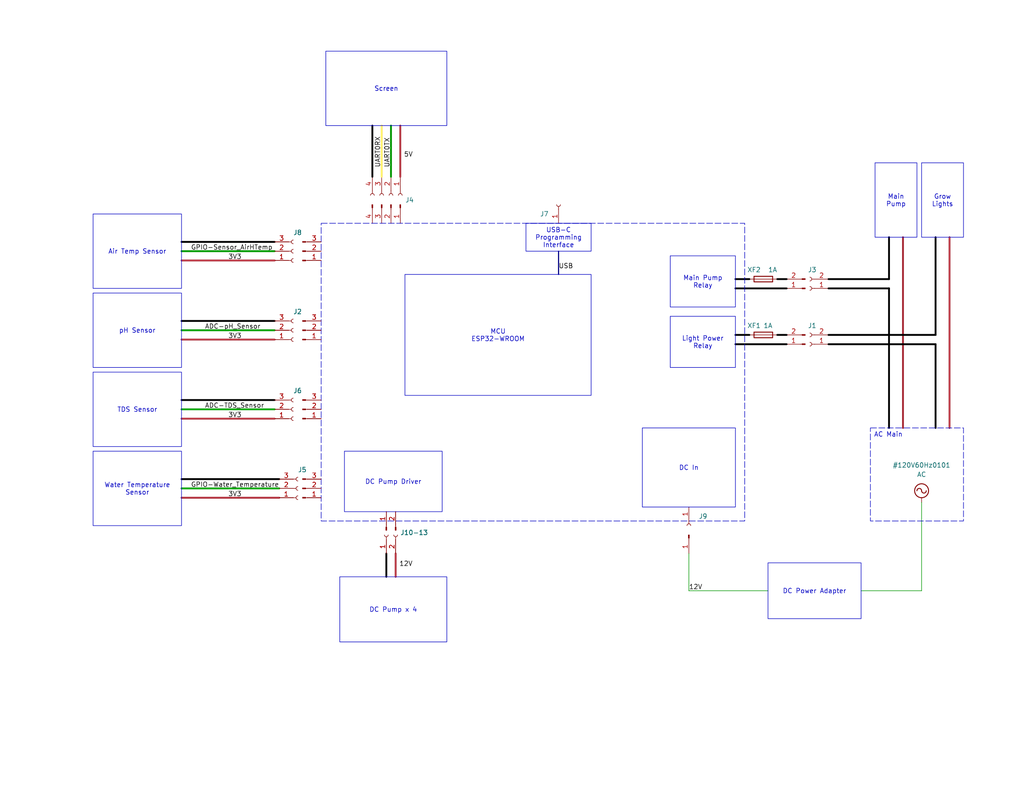
<source format=kicad_sch>
(kicad_sch (version 20230121) (generator eeschema)
  (paper "USLetter")
  (title_block (title "System Level Wiring Diagram") (date "2024-02-16") (rev "5") (company "COEN/ELEC 490 Team 18") (comment 1 "Go to \"490 Project PCB\" for Detailled Schematic."))
  (lib_symbols
    (symbol "Connector:Conn_01x01_Pin" (pin_names (offset 1.016) hide)
      (property "Reference" "J" (at 0 2.54 0))
      (property "Value" "Conn_01x01_Pin" (at 0 -2.54 0))
      (symbol "Conn_01x01_Pin_1_1"
        (polyline (pts (xy 1.27 0) (xy 0.8636 0)) (stroke (width 0.1524)))
        (rectangle (start 0.8636 0.127) (end 0 -0.127) (stroke (width 0.1524)) (fill (type outline)))
        (pin passive line (at 5.08 0 180) (length 3.81) (name "Pin_1") (number "1"))
      )
    )
    (symbol "Connector:Conn_01x01_Socket" (pin_names (offset 1.016) hide)
      (property "Reference" "J" (at 0 2.54 0))
      (property "Value" "Conn_01x01_Socket" (at 0 -2.54 0))
      (symbol "Conn_01x01_Socket_1_1"
        (polyline (pts (xy -1.27 0) (xy -0.508 0)) (stroke (width 0.1524)))
        (arc (start 0 0.508) (mid -0.5058 0) (end 0 -0.508) (stroke (width 0.1524)))
        (pin passive line (at -5.08 0 0) (length 3.81) (name "Pin_1") (number "1"))
      )
    )
    (symbol "Connector:Conn_01x02_Pin" (pin_names (offset 1.016) hide)
      (property "Reference" "J" (at 0 2.54 0))
      (property "Value" "Conn_01x02_Pin" (at 0 -5.08 0))
      (symbol "Conn_01x02_Pin_1_1"
        (polyline (pts (xy 1.27 -2.54) (xy 0.8636 -2.54)) (stroke (width 0.1524)))
        (polyline (pts (xy 1.27 0) (xy 0.8636 0)) (stroke (width 0.1524)))
        (rectangle (start 0.8636 -2.413) (end 0 -2.667) (stroke (width 0.1524)) (fill (type outline)))
        (rectangle (start 0.8636 0.127) (end 0 -0.127) (stroke (width 0.1524)) (fill (type outline)))
        (pin passive line (at 5.08 0 180) (length 3.81) (name "Pin_1") (number "1"))
        (pin passive line (at 5.08 -2.54 180) (length 3.81) (name "Pin_2") (number "2"))
      )
    )
    (symbol "Connector:Conn_01x02_Socket" (pin_names (offset 1.016) hide)
      (property "Reference" "J" (at 0 2.54 0))
      (property "Value" "Conn_01x02_Socket" (at 0 -5.08 0))
      (symbol "Conn_01x02_Socket_1_1"
        (arc (start 0 -2.032) (mid -0.5058 -2.54) (end 0 -3.048) (stroke (width 0.1524)))
        (polyline (pts (xy -1.27 -2.54) (xy -0.508 -2.54)) (stroke (width 0.1524)))
        (polyline (pts (xy -1.27 0) (xy -0.508 0)) (stroke (width 0.1524)))
        (arc (start 0 0.508) (mid -0.5058 0) (end 0 -0.508) (stroke (width 0.1524)))
        (pin passive line (at -5.08 0 0) (length 3.81) (name "Pin_1") (number "1"))
        (pin passive line (at -5.08 -2.54 0) (length 3.81) (name "Pin_2") (number "2"))
      )
    )
    (symbol "Connector:Conn_01x03_Pin" (pin_names (offset 1.016) hide)
      (property "Reference" "J" (at 0 5.08 0))
      (property "Value" "Conn_01x03_Pin" (at 0 -5.08 0))
      (symbol "Conn_01x03_Pin_1_1"
        (polyline (pts (xy 1.27 -2.54) (xy 0.8636 -2.54)) (stroke (width 0.1524)))
        (polyline (pts (xy 1.27 0) (xy 0.8636 0)) (stroke (width 0.1524)))
        (polyline (pts (xy 1.27 2.54) (xy 0.8636 2.54)) (stroke (width 0.1524)))
        (rectangle (start 0.8636 -2.413) (end 0 -2.667) (stroke (width 0.1524)) (fill (type outline)))
        (rectangle (start 0.8636 0.127) (end 0 -0.127) (stroke (width 0.1524)) (fill (type outline)))
        (rectangle (start 0.8636 2.667) (end 0 2.413) (stroke (width 0.1524)) (fill (type outline)))
        (pin passive line (at 5.08 2.54 180) (length 3.81) (name "Pin_1") (number "1"))
        (pin passive line (at 5.08 0 180) (length 3.81) (name "Pin_2") (number "2"))
        (pin passive line (at 5.08 -2.54 180) (length 3.81) (name "Pin_3") (number "3"))
      )
    )
    (symbol "Connector:Conn_01x03_Socket" (pin_names (offset 1.016) hide)
      (property "Reference" "J" (at 0 5.08 0))
      (property "Value" "Conn_01x03_Socket" (at 0 -5.08 0))
      (symbol "Conn_01x03_Socket_1_1"
        (arc (start 0 -2.032) (mid -0.5058 -2.54) (end 0 -3.048) (stroke (width 0.1524)))
        (polyline (pts (xy -1.27 -2.54) (xy -0.508 -2.54)) (stroke (width 0.1524)))
        (polyline (pts (xy -1.27 0) (xy -0.508 0)) (stroke (width 0.1524)))
        (polyline (pts (xy -1.27 2.54) (xy -0.508 2.54)) (stroke (width 0.1524)))
        (arc (start 0 0.508) (mid -0.5058 0) (end 0 -0.508) (stroke (width 0.1524)))
        (arc (start 0 3.048) (mid -0.5058 2.54) (end 0 2.032) (stroke (width 0.1524)))
        (pin passive line (at -5.08 2.54 0) (length 3.81) (name "Pin_1") (number "1"))
        (pin passive line (at -5.08 0 0) (length 3.81) (name "Pin_2") (number "2"))
        (pin passive line (at -5.08 -2.54 0) (length 3.81) (name "Pin_3") (number "3"))
      )
    )
    (symbol "Connector:Conn_01x04_Pin" (pin_names (offset 1.016) hide)
      (property "Reference" "J" (at 0 5.08 0))
      (property "Value" "Conn_01x04_Pin" (at 0 -7.62 0))
      (symbol "Conn_01x04_Pin_1_1"
        (polyline (pts (xy 1.27 -5.08) (xy 0.8636 -5.08)) (stroke (width 0.1524)))
        (polyline (pts (xy 1.27 -2.54) (xy 0.8636 -2.54)) (stroke (width 0.1524)))
        (polyline (pts (xy 1.27 0) (xy 0.8636 0)) (stroke (width 0.1524)))
        (polyline (pts (xy 1.27 2.54) (xy 0.8636 2.54)) (stroke (width 0.1524)))
        (rectangle (start 0.8636 -4.953) (end 0 -5.207) (stroke (width 0.1524)) (fill (type outline)))
        (rectangle (start 0.8636 -2.413) (end 0 -2.667) (stroke (width 0.1524)) (fill (type outline)))
        (rectangle (start 0.8636 0.127) (end 0 -0.127) (stroke (width 0.1524)) (fill (type outline)))
        (rectangle (start 0.8636 2.667) (end 0 2.413) (stroke (width 0.1524)) (fill (type outline)))
        (pin passive line (at 5.08 2.54 180) (length 3.81) (name "Pin_1") (number "1"))
        (pin passive line (at 5.08 0 180) (length 3.81) (name "Pin_2") (number "2"))
        (pin passive line (at 5.08 -2.54 180) (length 3.81) (name "Pin_3") (number "3"))
        (pin passive line (at 5.08 -5.08 180) (length 3.81) (name "Pin_4") (number "4"))
      )
    )
    (symbol "Connector:Conn_01x04_Socket" (pin_names (offset 1.016) hide)
      (property "Reference" "J" (at 0 5.08 0))
      (property "Value" "Conn_01x04_Socket" (at 0 -7.62 0))
      (symbol "Conn_01x04_Socket_1_1"
        (arc (start 0 -4.572) (mid -0.5058 -5.08) (end 0 -5.588) (stroke (width 0.1524)))
        (arc (start 0 -2.032) (mid -0.5058 -2.54) (end 0 -3.048) (stroke (width 0.1524)))
        (polyline (pts (xy -1.27 -5.08) (xy -0.508 -5.08)) (stroke (width 0.1524)))
        (polyline (pts (xy -1.27 -2.54) (xy -0.508 -2.54)) (stroke (width 0.1524)))
        (polyline (pts (xy -1.27 0) (xy -0.508 0)) (stroke (width 0.1524)))
        (polyline (pts (xy -1.27 2.54) (xy -0.508 2.54)) (stroke (width 0.1524)))
        (arc (start 0 0.508) (mid -0.5058 0) (end 0 -0.508) (stroke (width 0.1524)))
        (arc (start 0 3.048) (mid -0.5058 2.54) (end 0 2.032) (stroke (width 0.1524)))
        (pin passive line (at -5.08 2.54 0) (length 3.81) (name "Pin_1") (number "1"))
        (pin passive line (at -5.08 0 0) (length 3.81) (name "Pin_2") (number "2"))
        (pin passive line (at -5.08 -2.54 0) (length 3.81) (name "Pin_3") (number "3"))
        (pin passive line (at -5.08 -5.08 0) (length 3.81) (name "Pin_4") (number "4"))
      )
    )
    (symbol "Device:Fuse" (pin_numbers hide) (pin_names (offset 0))
      (property "Reference" "F" (at 2.032 0 90))
      (property "Value" "Fuse" (at -1.905 0 90))
      (symbol "Fuse_0_1"
        (rectangle (start -0.762 -2.54) (end 0.762 2.54) (stroke (width 0.254)))
        (polyline (pts (xy 0 2.54) (xy 0 -2.54)))
      )
      (symbol "Fuse_1_1"
        (pin passive line (at 0 3.81 270) (length 1.27) (name "~") (number "1"))
        (pin passive line (at 0 -3.81 90) (length 1.27) (name "~") (number "2"))
      )
    )
    (symbol "power:AC" (power) (pin_names (offset 0))
      (property "Value" "AC" (at 0 6.35 0))
      (symbol "AC_0_1"
        (polyline (pts (xy 0 0) (xy 0 1.27)))
        (arc (start 0 3.175) (mid -0.635 3.8073) (end -1.27 3.175) (stroke (width 0.254)))
        (arc (start 0 3.175) (mid 0.635 2.5427) (end 1.27 3.175) (stroke (width 0.254)))
        (circle (center 0 3.175) (radius 1.905) (stroke (width 0.254)))
      )
      (symbol "AC_1_1"
        (pin power_in line (at 0 0 90) (length 0) hide (name "AC") (number "1"))
      )
    )
  )
  (wire (pts (xy 200.66 78.74) (xy 214.63 78.74)) (stroke (width 0.5) (color 0 0 0 1)))
  (wire (pts (xy 49.53 71.12) (xy 74.93 71.12)) (stroke (width 0.5) (color 166 38 50 1)))
  (wire (pts (xy 259.08 64.77) (xy 259.08 116.84)) (stroke (width 0.5) (color 166 38 50 1)))
  (wire (pts (xy 246.38 64.77) (xy 246.38 116.84)) (stroke (width 0.5) (color 166 38 50 1)))
  (wire (pts (xy 49.53 68.58) (xy 74.93 68.58)) (stroke (width 0.5)))
  (wire (pts (xy 234.95 161.29) (xy 251.46 161.29)))
  (wire (pts (xy 49.53 130.81) (xy 76.2 130.81)) (stroke (width 0.5) (color 0 0 0 1)))
  (wire (pts (xy 107.95 151.13) (xy 107.95 157.48)) (stroke (width 0.5) (color 166 38 50 1)))
  (wire (pts (xy 105.41 151.13) (xy 105.41 157.48)) (stroke (width 0.5) (color 0 0 0 1)))
  (wire (pts (xy 49.53 114.3) (xy 74.93 114.3)) (stroke (width 0.5) (color 166 38 50 1)))
  (wire (pts (xy 106.68 34.29) (xy 106.68 48.26)) (stroke (width 0.5)))
  (wire (pts (xy 212.09 91.44) (xy 214.63 91.44)) (stroke (width 0.5) (color 0 0 0 1)))
  (wire (pts (xy 49.53 133.35) (xy 76.2 133.35)) (stroke (width 0.5)))
  (wire (pts (xy 226.06 91.44) (xy 255.27 91.44)) (stroke (width 0.5) (color 0 0 0 1)))
  (wire (pts (xy 49.53 135.89) (xy 76.2 135.89)) (stroke (width 0.5) (color 166 38 50 1)))
  (wire (pts (xy 49.53 111.76) (xy 74.93 111.76)) (stroke (width 0.5)))
  (wire (pts (xy 242.57 116.84) (xy 242.57 78.74)) (stroke (width 0.5) (color 0 0 0 1)))
  (wire (pts (xy 49.53 109.22) (xy 74.93 109.22)) (stroke (width 0.5) (color 0 0 0 1)))
  (wire (pts (xy 226.06 78.74) (xy 242.57 78.74)) (stroke (width 0.5) (color 0 0 0 1)))
  (wire (pts (xy 49.53 90.17) (xy 74.93 90.17)) (stroke (width 0.5)))
  (wire (pts (xy 251.46 161.29) (xy 251.46 137.16)))
  (wire (pts (xy 242.57 64.77) (xy 242.57 76.2)) (stroke (width 0.5) (color 0 0 0 1)))
  (wire (pts (xy 226.06 76.2) (xy 242.57 76.2)) (stroke (width 0.5) (color 0 0 0 1)))
  (bus (pts (xy 152.4 68.58) (xy 152.4 74.93)))
  (wire (pts (xy 49.53 87.63) (xy 74.93 87.63)) (stroke (width 0.5) (color 0 0 0 1)))
  (wire (pts (xy 255.27 116.84) (xy 255.27 93.98)) (stroke (width 0.5) (color 0 0 0 1)))
  (wire (pts (xy 101.6 34.29) (xy 101.6 48.26)) (stroke (width 0.5) (color 0 0 0 1)))
  (wire (pts (xy 226.06 93.98) (xy 255.27 93.98)) (stroke (width 0.5) (color 0 0 0 1)))
  (wire (pts (xy 212.09 76.2) (xy 214.63 76.2)) (stroke (width 0.5) (color 0 0 0 1)))
  (wire (pts (xy 200.66 76.2) (xy 204.47 76.2)) (stroke (width 0.5) (color 0 0 0 1)))
  (wire (pts (xy 200.66 93.98) (xy 214.63 93.98)) (stroke (width 0.5) (color 0 0 0 1)))
  (wire (pts (xy 200.66 91.44) (xy 204.47 91.44)) (stroke (width 0.5) (color 0 0 0 1)))
  (wire (pts (xy 49.53 66.04) (xy 74.93 66.04)) (stroke (width 0.5) (color 0 0 0 1)))
  (wire (pts (xy 255.27 64.77) (xy 255.27 91.44)) (stroke (width 0.5) (color 0 0 0 1)))
  (wire (pts (xy 104.14 34.29) (xy 104.14 48.26)) (stroke (width 0.5) (color 255 227 91 1)))
  (wire (pts (xy 187.96 151.13) (xy 187.96 161.29)))
  (wire (pts (xy 187.96 161.29) (xy 209.55 161.29)))
  (wire (pts (xy 49.53 92.71) (xy 74.93 92.71)) (stroke (width 0.5) (color 166 38 50 1)))
  (wire (pts (xy 109.22 34.29) (xy 109.22 48.26)) (stroke (width 0.5) (color 166 38 50 1)))
  (rectangle (start 87.63 60.96) (end 203.2 142.24) (stroke (width 0) (type dash)))
  (text_box "DC Power Adapter" (at 209.55 153.67 0) (size 25.4 15.24) (effects (font (size 1.27 1.27))))
  (text_box "TDS Sensor" (at 25.4 101.6 0) (size 24.13 20.32) (effects (font (size 1.27 1.27))))
  (text_box "Air Temp Sensor" (at 25.4 58.42 0) (size 24.13 20.32) (effects (font (size 1.27 1.27))))
  (text_box "DC Pump x 4" (at 92.71 157.48 0) (size 29.21 17.78) (effects (font (size 1.27 1.27))))
  (text_box "Main Pump" (at 238.76 44.45 0) (size 11.43 20.32) (effects (font (size 1.27 1.27))))
  (text_box "Screen" (at 88.9 13.97 0) (size 33.02 20.32) (effects (font (size 1.27 1.27))))
  (text_box "DC Pump Driver" (at 93.98 123.19 0) (size 26.67 16.51) (effects (font (size 1.27 1.27))))
  (text_box "Grow Lights" (at 251.46 44.45 0) (size 11.43 20.32) (effects (font (size 1.27 1.27))))
  (text_box "MCU\nESP32-WROOM" (at 110.49 74.93 0) (size 50.8 33.02) (effects (font (size 1.27 1.27))))
  (text_box "DC In" (at 175.26 116.84 0) (size 25.4 21.59) (effects (font (size 1.27 1.27))))
  (text_box "Light Power Relay" (at 182.88 86.36 0) (size 17.78 13.97) (effects (font (size 1.27 1.27))))
  (text_box "Main Pump Relay" (at 182.88 69.85 0) (size 17.78 13.97) (effects (font (size 1.27 1.27))))
  (text_box "AC Main" (at 237.49 116.84 0) (size 25.4 25.4) (stroke (width 0) (type dash)) (effects (font (size 1.27 1.27)) (justify left top)))
  (text_box "pH Sensor" (at 25.4 80.01 0) (size 24.13 20.32) (effects (font (size 1.27 1.27))))
  (text_box "Water Temperature Sensor" (at 25.4 123.19 0) (size 24.13 20.32) (effects (font (size 1.27 1.27))))
  (text_box "USB-C Programming Interface" (at 143.51 60.96 0) (size 17.78 7.62) (effects (font (size 1.27 1.27))))
  (label "USB" (at 152.4 73.66 0))
  (label "ADC-pH_Sensor" (at 55.88 90.17 0))
  (label " 5V" (at 109.22 43.18 0))
  (label "3V3" (at 62.23 71.12 0))
  (label "12V" (at 187.96 161.29 0))
  (label "3V3" (at 62.23 114.3 0))
  (label "3V3" (at 62.23 92.71 0))
  (label " 12V" (at 107.95 154.94 0))
  (label "UART0RX" (at 104.14 45.72 90))
  (label "UART0TX" (at 106.68 45.72 90))
  (label "GPIO-Sensor_AirHTemp" (at 52.07 68.58 0))
  (label "3V3" (at 62.23 135.89 0))
  (label "GPIO-Water_Temperature" (at 52.07 133.35 0))
  (label "ADC-TDS_Sensor" (at 55.88 111.76 0))
  (symbol (lib_id "power:AC") (at 251.46 137.16 0) (unit 1)
    (property "Reference" "120V60Hz" (at 251.46 127 0))
    (property "Value" "AC" (at 251.46 129.54 0))
  )
  (symbol (lib_id "Device:Fuse") (at 208.28 91.44 90) (unit 1)
    (property "Reference" "XF1" (at 205.74 88.9 90))
    (property "Value" "1A" (at 209.55 88.9 90))
    (property "Footprint" "Keystone - 4628:FUSE_4628" (effects hide))
    (property "Datasheet" "https://www.littelfuse.com/media?resourcetype=datasheets&itemid=f47a0bb7-8ede-4679-9646-7114c3787688&filename=littelfuse-fuse-251-253-datasheet" (effects hide))
    (property "MPN" "4628" (effects hide))
    (property "STANDARD" "Manufacturer Recommendation" (effects hide))
    (property "SNAPEDA_PN" "4628" (effects hide))
    (property "MAXIMUM_PACKAGE_HEIGHT" "11.99mm" (effects hide))
    (property "MANUFACTURER" "Keystone" (effects hide))
    (property "Description" "Fuse Holder 5 A 250V 1 Circuit Cartridge Through Hole" (effects hide))
    (property "Digi-Key_PN" "36-4628-ND" (effects hide))
    (property "Manufacturer" "Keystone" (effects hide))
    (property "Package" "5mm x 20mm" (effects hide))
    (property "Price" "1.04000" (effects hide))
    (property "Supplier" "Digikey" (effects hide))
    (property "Type" "Tru-Hole" (effects hide))
  )
  (symbol (lib_id "Connector:Conn_01x04_Socket") (at 106.68 53.34 270) (unit 1)
    (property "Reference" "J4" (at 111.76 54.61 90))
    (property "Value" "Conn_01x04_Socket" (effects hide))
  )
  (symbol (lib_id "Connector:Conn_01x01_Socket") (at 152.4 55.88 270) (mirror x) (unit 1)
    (property "Reference" "J7" (at 147.32 58.42 90) (effects (justify left)))
    (property "Value" "Conn_01x01_Socket" (effects hide))
  )
  (symbol (lib_id "Connector:Conn_01x03_Pin") (at 82.55 133.35 0) (mirror x) (unit 1)
    (property "Reference" "J4" (effects hide))
    (property "Value" "Conn_01x03_Pin" (effects hide))
  )
  (symbol (lib_id "Connector:Conn_01x03_Socket") (at 80.01 90.17 0) (mirror x) (unit 1)
    (property "Reference" "J2" (at 80.01 85.09 0) (effects (justify left)))
    (property "Value" "Conn_01x03_Socket" (effects hide))
  )
  (symbol (lib_id "Connector:Conn_01x03_Socket") (at 80.01 68.58 0) (mirror x) (unit 1)
    (property "Reference" "J8" (at 80.01 63.5 0) (effects (justify left)))
    (property "Value" "Conn_01x03_Socket" (effects hide))
  )
  (symbol (lib_id "Connector:Conn_01x01_Pin") (at 187.96 146.05 270) (unit 1)
    (property "Reference" "J13" (effects hide))
    (property "Value" "Conn_01x01_Pin" (effects hide))
  )
  (symbol (lib_id "Connector:Conn_01x04_Pin") (at 106.68 55.88 270) (unit 1)
    (property "Reference" "J11" (effects hide))
    (property "Value" "Conn_01x04_Pin" (effects hide))
  )
  (symbol (lib_id "Connector:Conn_01x03_Socket") (at 81.28 133.35 0) (mirror x) (unit 1)
    (property "Reference" "J5" (at 81.28 128.27 0) (effects (justify left)))
    (property "Value" "Conn_01x03_Socket" (effects hide))
  )
  (symbol (lib_id "Device:Fuse") (at 208.28 76.2 90) (unit 1)
    (property "Reference" "XF2" (at 205.74 73.66 90))
    (property "Value" "1A" (at 210.82 73.66 90))
    (property "Footprint" "Keystone - 4628:FUSE_4628" (effects hide))
    (property "Datasheet" "https://www.littelfuse.com/media?resourcetype=datasheets&itemid=f47a0bb7-8ede-4679-9646-7114c3787688&filename=littelfuse-fuse-251-253-datasheet" (effects hide))
    (property "MPN" "4628" (effects hide))
    (property "STANDARD" "Manufacturer Recommendation" (effects hide))
    (property "SNAPEDA_PN" "4628" (effects hide))
    (property "MAXIMUM_PACKAGE_HEIGHT" "11.99mm" (effects hide))
    (property "MANUFACTURER" "Keystone" (effects hide))
    (property "Description" "Fuse Holder 5 A 250V 1 Circuit Cartridge Through Hole" (effects hide))
    (property "Digi-Key_PN" "36-4628-ND" (effects hide))
    (property "Manufacturer" "Keystone" (effects hide))
    (property "Package" "5mm x 20mm" (effects hide))
    (property "Price" "1.04000" (effects hide))
    (property "Supplier" "Digikey" (effects hide))
    (property "Type" "Tru-Hole" (effects hide))
  )
  (symbol (lib_id "Connector:Conn_01x03_Pin") (at 82.55 68.58 0) (mirror x) (unit 1)
    (property "Reference" "J10" (effects hide))
    (property "Value" "Conn_01x03_Pin" (effects hide))
  )
  (symbol (lib_id "Connector:Conn_01x03_Pin") (at 82.55 90.17 0) (mirror x) (unit 1)
    (property "Reference" "J9" (effects hide))
    (property "Value" "Conn_01x03_Pin" (effects hide))
  )
  (symbol (lib_id "Connector:Conn_01x02_Socket") (at 105.41 146.05 90) (unit 1)
    (property "Reference" "J10-13" (at 109.22 145.415 90) (effects (justify right)))
    (property "Value" "Conn_01x02_Socket" (effects hide))
  )
  (symbol (lib_id "Connector:Conn_01x02_Socket") (at 220.98 93.98 180) (unit 1)
    (property "Reference" "J1" (at 221.615 88.9 0))
    (property "Value" "Conn_01x02_Socket" (effects hide))
  )
  (symbol (lib_id "Connector:Conn_01x01_Socket") (at 187.96 143.51 90) (mirror x) (unit 1)
    (property "Reference" "J9" (at 193.04 140.97 90) (effects (justify left)))
    (property "Value" "Conn_01x01_Socket" (effects hide))
  )
  (symbol (lib_id "Connector:Conn_01x02_Pin") (at 219.71 93.98 180) (unit 1)
    (property "Reference" "J3" (effects hide))
    (property "Value" "Conn_01x02_Pin" (effects hide))
  )
  (symbol (lib_id "Connector:Conn_01x02_Pin") (at 219.71 78.74 180) (unit 1)
    (property "Reference" "J12" (effects hide))
    (property "Value" "Conn_01x02_Pin" (effects hide))
  )
  (symbol (lib_id "Connector:Conn_01x03_Pin") (at 82.55 111.76 0) (mirror x) (unit 1)
    (property "Reference" "J7" (effects hide))
    (property "Value" "Conn_01x03_Pin" (effects hide))
  )
  (symbol (lib_id "Connector:Conn_01x02_Pin") (at 105.41 144.78 90) (unit 1)
    (property "Reference" "J1" (effects hide))
    (property "Value" "Conn_01x02_Pin" (effects hide))
  )
  (symbol (lib_id "Connector:Conn_01x02_Socket") (at 220.98 78.74 180) (unit 1)
    (property "Reference" "J3" (at 221.615 73.66 0))
    (property "Value" "Conn_01x02_Socket" (effects hide))
  )
  (symbol (lib_id "Connector:Conn_01x03_Socket") (at 80.01 111.76 0) (mirror x) (unit 1)
    (property "Reference" "J6" (at 80.01 106.68 0) (effects (justify left)))
    (property "Value" "Conn_01x03_Socket" (effects hide))
  )
)
</source>
